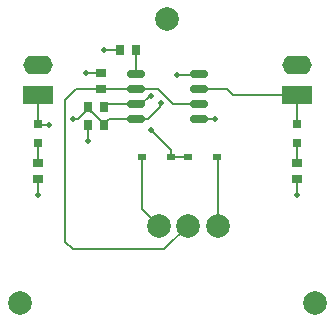
<source format=gtl>
G04*
G04 #@! TF.GenerationSoftware,Altium Limited,Altium Designer,19.0.15 (446)*
G04*
G04 Layer_Physical_Order=1*
G04 Layer_Color=255*
%FSLAX25Y25*%
%MOIN*%
G70*
G01*
G75*
%ADD12R,0.02717X0.02205*%
%ADD13R,0.02756X0.03740*%
%ADD14R,0.03740X0.02756*%
G04:AMPARAMS|DCode=15|XSize=61.02mil|YSize=23.62mil|CornerRadius=5.91mil|HoleSize=0mil|Usage=FLASHONLY|Rotation=180.000|XOffset=0mil|YOffset=0mil|HoleType=Round|Shape=RoundedRectangle|*
%AMROUNDEDRECTD15*
21,1,0.06102,0.01181,0,0,180.0*
21,1,0.04921,0.02362,0,0,180.0*
1,1,0.01181,-0.02461,0.00591*
1,1,0.01181,0.02461,0.00591*
1,1,0.01181,0.02461,-0.00591*
1,1,0.01181,-0.02461,-0.00591*
%
%ADD15ROUNDEDRECTD15*%
%ADD16R,0.03150X0.03150*%
%ADD25C,0.00787*%
%ADD26C,0.07874*%
%ADD27O,0.09843X0.06299*%
%ADD28R,0.09843X0.06299*%
%ADD29C,0.01968*%
D12*
X72000Y54469D02*
D03*
X62393D02*
D03*
X56573D02*
D03*
X46966D02*
D03*
D13*
X44881Y89969D02*
D03*
X39566D02*
D03*
X29181Y70969D02*
D03*
X34496D02*
D03*
Y64969D02*
D03*
X29181D02*
D03*
D14*
X33496Y76968D02*
D03*
Y82284D02*
D03*
X98818Y46968D02*
D03*
Y52284D02*
D03*
X12204D02*
D03*
Y46968D02*
D03*
D15*
X44881Y66969D02*
D03*
Y71969D02*
D03*
Y76968D02*
D03*
Y81968D02*
D03*
X66141D02*
D03*
Y76968D02*
D03*
Y71969D02*
D03*
Y66969D02*
D03*
D16*
X12204Y59161D02*
D03*
Y65461D02*
D03*
X98818D02*
D03*
Y59161D02*
D03*
D25*
X24015Y23622D02*
X54519D01*
X21393Y26244D02*
X24015Y23622D01*
X21393Y26244D02*
Y73252D01*
X46966Y37080D02*
X52551Y31496D01*
X46966Y37080D02*
Y54469D01*
X54519Y23622D02*
X62393Y31496D01*
X21393Y73252D02*
X25110Y76968D01*
X46966Y54469D02*
X47222D01*
X72000D02*
X72236Y54232D01*
Y31496D02*
Y54232D01*
X36003Y66969D02*
X44881D01*
X34496Y65461D02*
X36003Y66969D01*
X56573Y54469D02*
Y56781D01*
X50102Y63252D02*
X56573Y56781D01*
X66025Y81852D02*
X66141Y81968D01*
Y66969D02*
X71212D01*
X58728Y81736D02*
X58844Y81852D01*
X66025D01*
X44881Y66969D02*
X49110D01*
X44881Y76968D02*
X52496D01*
X49110Y66969D02*
X53167Y71026D01*
X49586Y74803D02*
X50102D01*
X53167Y72026D02*
X53393Y72252D01*
X53167Y71026D02*
Y72026D01*
X57496Y71969D02*
X63496D01*
X46751D02*
X49586Y74803D01*
X52496Y76968D02*
X57496Y71969D01*
X44881D02*
X46751D01*
X56573Y54469D02*
X62393D01*
X77393Y74968D02*
X98818D01*
X75393Y76968D02*
X77393Y74968D01*
X66141Y76968D02*
X75393D01*
X28425Y82284D02*
X33496D01*
X12204Y41898D02*
Y46968D01*
X24015Y66929D02*
X24241Y67155D01*
X25859D01*
X29181Y70476D01*
X12696Y64969D02*
X16141D01*
X12204Y65461D02*
X12696Y64969D01*
X98818Y41898D02*
Y46968D01*
X29181Y59898D02*
Y64969D01*
X34496Y89969D02*
X39566D01*
X98818Y52284D02*
Y59161D01*
X35480Y71969D02*
X44881D01*
Y81968D02*
Y89969D01*
X25110Y76968D02*
X33496D01*
X98818Y65461D02*
Y74968D01*
X12204Y65461D02*
Y74968D01*
Y52284D02*
Y59161D01*
X29181Y70476D02*
Y70969D01*
Y70476D02*
X30165Y69492D01*
X30464D01*
X34496Y65461D01*
Y64969D02*
Y65461D01*
Y70969D02*
Y70984D01*
X35480Y71969D01*
X33496Y76968D02*
X44881D01*
D26*
X72236Y31496D02*
D03*
X62393D02*
D03*
X52551D02*
D03*
X55511Y100252D02*
D03*
X104727Y5906D02*
D03*
X6300D02*
D03*
D27*
X98818Y84969D02*
D03*
X12204D02*
D03*
D28*
X98818Y74968D02*
D03*
X12204D02*
D03*
D29*
X53393Y72252D02*
D03*
X50102Y74803D02*
D03*
X71212Y66969D02*
D03*
X58728Y81736D02*
D03*
X28425Y82284D02*
D03*
X12204Y41898D02*
D03*
X24015Y66929D02*
D03*
X16141Y64969D02*
D03*
X98818Y41898D02*
D03*
X29181Y59898D02*
D03*
X34496Y89969D02*
D03*
X50102Y63252D02*
D03*
M02*

</source>
